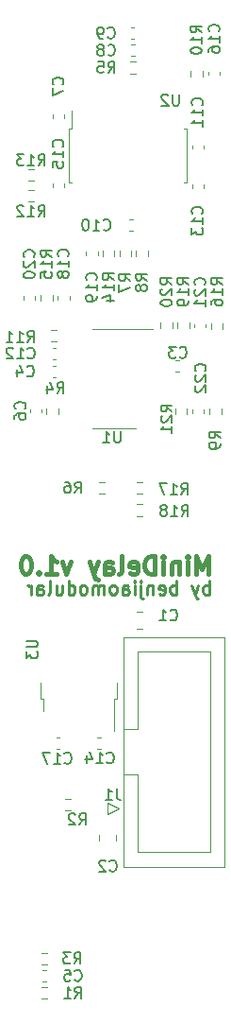
<source format=gbr>
%TF.GenerationSoftware,KiCad,Pcbnew,6.0.7+dfsg-1~bpo11+1*%
%TF.CreationDate,2022-10-26T04:05:39+08:00*%
%TF.ProjectId,MiniDelay v1.0 - Main,4d696e69-4465-46c6-9179-2076312e3020,rev?*%
%TF.SameCoordinates,Original*%
%TF.FileFunction,Legend,Bot*%
%TF.FilePolarity,Positive*%
%FSLAX46Y46*%
G04 Gerber Fmt 4.6, Leading zero omitted, Abs format (unit mm)*
G04 Created by KiCad (PCBNEW 6.0.7+dfsg-1~bpo11+1) date 2022-10-26 04:05:39*
%MOMM*%
%LPD*%
G01*
G04 APERTURE LIST*
%ADD10C,0.400000*%
%ADD11C,0.240000*%
%ADD12C,0.150000*%
%ADD13C,0.120000*%
G04 APERTURE END LIST*
D10*
X143330952Y-114823809D02*
X143330952Y-113223809D01*
X142797619Y-114366666D01*
X142264285Y-113223809D01*
X142264285Y-114823809D01*
X141502380Y-114823809D02*
X141502380Y-113757142D01*
X141502380Y-113223809D02*
X141578571Y-113300000D01*
X141502380Y-113376190D01*
X141426190Y-113300000D01*
X141502380Y-113223809D01*
X141502380Y-113376190D01*
X140740476Y-113757142D02*
X140740476Y-114823809D01*
X140740476Y-113909523D02*
X140664285Y-113833333D01*
X140511904Y-113757142D01*
X140283333Y-113757142D01*
X140130952Y-113833333D01*
X140054761Y-113985714D01*
X140054761Y-114823809D01*
X139292857Y-114823809D02*
X139292857Y-113757142D01*
X139292857Y-113223809D02*
X139369047Y-113300000D01*
X139292857Y-113376190D01*
X139216666Y-113300000D01*
X139292857Y-113223809D01*
X139292857Y-113376190D01*
X138530952Y-114823809D02*
X138530952Y-113223809D01*
X138150000Y-113223809D01*
X137921428Y-113300000D01*
X137769047Y-113452380D01*
X137692857Y-113604761D01*
X137616666Y-113909523D01*
X137616666Y-114138095D01*
X137692857Y-114442857D01*
X137769047Y-114595238D01*
X137921428Y-114747619D01*
X138150000Y-114823809D01*
X138530952Y-114823809D01*
X136321428Y-114747619D02*
X136473809Y-114823809D01*
X136778571Y-114823809D01*
X136930952Y-114747619D01*
X137007142Y-114595238D01*
X137007142Y-113985714D01*
X136930952Y-113833333D01*
X136778571Y-113757142D01*
X136473809Y-113757142D01*
X136321428Y-113833333D01*
X136245238Y-113985714D01*
X136245238Y-114138095D01*
X137007142Y-114290476D01*
X135330952Y-114823809D02*
X135483333Y-114747619D01*
X135559523Y-114595238D01*
X135559523Y-113223809D01*
X134035714Y-114823809D02*
X134035714Y-113985714D01*
X134111904Y-113833333D01*
X134264285Y-113757142D01*
X134569047Y-113757142D01*
X134721428Y-113833333D01*
X134035714Y-114747619D02*
X134188095Y-114823809D01*
X134569047Y-114823809D01*
X134721428Y-114747619D01*
X134797619Y-114595238D01*
X134797619Y-114442857D01*
X134721428Y-114290476D01*
X134569047Y-114214285D01*
X134188095Y-114214285D01*
X134035714Y-114138095D01*
X133426190Y-113757142D02*
X133045238Y-114823809D01*
X132664285Y-113757142D02*
X133045238Y-114823809D01*
X133197619Y-115204761D01*
X133273809Y-115280952D01*
X133426190Y-115357142D01*
X130988095Y-113757142D02*
X130607142Y-114823809D01*
X130226190Y-113757142D01*
X128778571Y-114823809D02*
X129692857Y-114823809D01*
X129235714Y-114823809D02*
X129235714Y-113223809D01*
X129388095Y-113452380D01*
X129540476Y-113604761D01*
X129692857Y-113680952D01*
X128092857Y-114671428D02*
X128016666Y-114747619D01*
X128092857Y-114823809D01*
X128169047Y-114747619D01*
X128092857Y-114671428D01*
X128092857Y-114823809D01*
X127026190Y-113223809D02*
X126873809Y-113223809D01*
X126721428Y-113300000D01*
X126645238Y-113376190D01*
X126569047Y-113528571D01*
X126492857Y-113833333D01*
X126492857Y-114214285D01*
X126569047Y-114519047D01*
X126645238Y-114671428D01*
X126721428Y-114747619D01*
X126873809Y-114823809D01*
X127026190Y-114823809D01*
X127178571Y-114747619D01*
X127254761Y-114671428D01*
X127330952Y-114519047D01*
X127407142Y-114214285D01*
X127407142Y-113833333D01*
X127330952Y-113528571D01*
X127254761Y-113376190D01*
X127178571Y-113300000D01*
X127026190Y-113223809D01*
D11*
X143410714Y-116642857D02*
X143410714Y-115442857D01*
X143410714Y-115900000D02*
X143296428Y-115842857D01*
X143067857Y-115842857D01*
X142953571Y-115900000D01*
X142896428Y-115957142D01*
X142839285Y-116071428D01*
X142839285Y-116414285D01*
X142896428Y-116528571D01*
X142953571Y-116585714D01*
X143067857Y-116642857D01*
X143296428Y-116642857D01*
X143410714Y-116585714D01*
X142439285Y-115842857D02*
X142153571Y-116642857D01*
X141867857Y-115842857D02*
X142153571Y-116642857D01*
X142267857Y-116928571D01*
X142325000Y-116985714D01*
X142439285Y-117042857D01*
X140496428Y-116642857D02*
X140496428Y-115442857D01*
X140496428Y-115900000D02*
X140382142Y-115842857D01*
X140153571Y-115842857D01*
X140039285Y-115900000D01*
X139982142Y-115957142D01*
X139925000Y-116071428D01*
X139925000Y-116414285D01*
X139982142Y-116528571D01*
X140039285Y-116585714D01*
X140153571Y-116642857D01*
X140382142Y-116642857D01*
X140496428Y-116585714D01*
X138953571Y-116585714D02*
X139067857Y-116642857D01*
X139296428Y-116642857D01*
X139410714Y-116585714D01*
X139467857Y-116471428D01*
X139467857Y-116014285D01*
X139410714Y-115900000D01*
X139296428Y-115842857D01*
X139067857Y-115842857D01*
X138953571Y-115900000D01*
X138896428Y-116014285D01*
X138896428Y-116128571D01*
X139467857Y-116242857D01*
X138382142Y-115842857D02*
X138382142Y-116642857D01*
X138382142Y-115957142D02*
X138325000Y-115900000D01*
X138210714Y-115842857D01*
X138039285Y-115842857D01*
X137925000Y-115900000D01*
X137867857Y-116014285D01*
X137867857Y-116642857D01*
X137296428Y-115842857D02*
X137296428Y-116871428D01*
X137353571Y-116985714D01*
X137467857Y-117042857D01*
X137525000Y-117042857D01*
X137296428Y-115442857D02*
X137353571Y-115500000D01*
X137296428Y-115557142D01*
X137239285Y-115500000D01*
X137296428Y-115442857D01*
X137296428Y-115557142D01*
X136725000Y-116642857D02*
X136725000Y-115842857D01*
X136725000Y-115442857D02*
X136782142Y-115500000D01*
X136725000Y-115557142D01*
X136667857Y-115500000D01*
X136725000Y-115442857D01*
X136725000Y-115557142D01*
X135639285Y-116642857D02*
X135639285Y-116014285D01*
X135696428Y-115900000D01*
X135810714Y-115842857D01*
X136039285Y-115842857D01*
X136153571Y-115900000D01*
X135639285Y-116585714D02*
X135753571Y-116642857D01*
X136039285Y-116642857D01*
X136153571Y-116585714D01*
X136210714Y-116471428D01*
X136210714Y-116357142D01*
X136153571Y-116242857D01*
X136039285Y-116185714D01*
X135753571Y-116185714D01*
X135639285Y-116128571D01*
X134896428Y-116642857D02*
X135010714Y-116585714D01*
X135067857Y-116528571D01*
X135125000Y-116414285D01*
X135125000Y-116071428D01*
X135067857Y-115957142D01*
X135010714Y-115900000D01*
X134896428Y-115842857D01*
X134725000Y-115842857D01*
X134610714Y-115900000D01*
X134553571Y-115957142D01*
X134496428Y-116071428D01*
X134496428Y-116414285D01*
X134553571Y-116528571D01*
X134610714Y-116585714D01*
X134725000Y-116642857D01*
X134896428Y-116642857D01*
X133982142Y-116642857D02*
X133982142Y-115842857D01*
X133982142Y-115957142D02*
X133925000Y-115900000D01*
X133810714Y-115842857D01*
X133639285Y-115842857D01*
X133525000Y-115900000D01*
X133467857Y-116014285D01*
X133467857Y-116642857D01*
X133467857Y-116014285D02*
X133410714Y-115900000D01*
X133296428Y-115842857D01*
X133125000Y-115842857D01*
X133010714Y-115900000D01*
X132953571Y-116014285D01*
X132953571Y-116642857D01*
X132210714Y-116642857D02*
X132325000Y-116585714D01*
X132382142Y-116528571D01*
X132439285Y-116414285D01*
X132439285Y-116071428D01*
X132382142Y-115957142D01*
X132325000Y-115900000D01*
X132210714Y-115842857D01*
X132039285Y-115842857D01*
X131925000Y-115900000D01*
X131867857Y-115957142D01*
X131810714Y-116071428D01*
X131810714Y-116414285D01*
X131867857Y-116528571D01*
X131925000Y-116585714D01*
X132039285Y-116642857D01*
X132210714Y-116642857D01*
X130782142Y-116642857D02*
X130782142Y-115442857D01*
X130782142Y-116585714D02*
X130896428Y-116642857D01*
X131125000Y-116642857D01*
X131239285Y-116585714D01*
X131296428Y-116528571D01*
X131353571Y-116414285D01*
X131353571Y-116071428D01*
X131296428Y-115957142D01*
X131239285Y-115900000D01*
X131125000Y-115842857D01*
X130896428Y-115842857D01*
X130782142Y-115900000D01*
X129696428Y-115842857D02*
X129696428Y-116642857D01*
X130210714Y-115842857D02*
X130210714Y-116471428D01*
X130153571Y-116585714D01*
X130039285Y-116642857D01*
X129867857Y-116642857D01*
X129753571Y-116585714D01*
X129696428Y-116528571D01*
X128953571Y-116642857D02*
X129067857Y-116585714D01*
X129125000Y-116471428D01*
X129125000Y-115442857D01*
X127982142Y-116642857D02*
X127982142Y-116014285D01*
X128039285Y-115900000D01*
X128153571Y-115842857D01*
X128382142Y-115842857D01*
X128496428Y-115900000D01*
X127982142Y-116585714D02*
X128096428Y-116642857D01*
X128382142Y-116642857D01*
X128496428Y-116585714D01*
X128553571Y-116471428D01*
X128553571Y-116357142D01*
X128496428Y-116242857D01*
X128382142Y-116185714D01*
X128096428Y-116185714D01*
X127982142Y-116128571D01*
X127410714Y-116642857D02*
X127410714Y-115842857D01*
X127410714Y-116071428D02*
X127353571Y-115957142D01*
X127296428Y-115900000D01*
X127182142Y-115842857D01*
X127067857Y-115842857D01*
D12*
%TO.C,R14*%
X134852380Y-88505142D02*
X134376190Y-88171809D01*
X134852380Y-87933714D02*
X133852380Y-87933714D01*
X133852380Y-88314666D01*
X133900000Y-88409904D01*
X133947619Y-88457523D01*
X134042857Y-88505142D01*
X134185714Y-88505142D01*
X134280952Y-88457523D01*
X134328571Y-88409904D01*
X134376190Y-88314666D01*
X134376190Y-87933714D01*
X134852380Y-89457523D02*
X134852380Y-88886095D01*
X134852380Y-89171809D02*
X133852380Y-89171809D01*
X133995238Y-89076571D01*
X134090476Y-88981333D01*
X134138095Y-88886095D01*
X134185714Y-90314666D02*
X134852380Y-90314666D01*
X133804761Y-90076571D02*
X134519047Y-89838476D01*
X134519047Y-90457523D01*
%TO.C,C22*%
X143037142Y-96637142D02*
X143084761Y-96589523D01*
X143132380Y-96446666D01*
X143132380Y-96351428D01*
X143084761Y-96208571D01*
X142989523Y-96113333D01*
X142894285Y-96065714D01*
X142703809Y-96018095D01*
X142560952Y-96018095D01*
X142370476Y-96065714D01*
X142275238Y-96113333D01*
X142180000Y-96208571D01*
X142132380Y-96351428D01*
X142132380Y-96446666D01*
X142180000Y-96589523D01*
X142227619Y-96637142D01*
X142227619Y-97018095D02*
X142180000Y-97065714D01*
X142132380Y-97160952D01*
X142132380Y-97399047D01*
X142180000Y-97494285D01*
X142227619Y-97541904D01*
X142322857Y-97589523D01*
X142418095Y-97589523D01*
X142560952Y-97541904D01*
X143132380Y-96970476D01*
X143132380Y-97589523D01*
X142227619Y-97970476D02*
X142180000Y-98018095D01*
X142132380Y-98113333D01*
X142132380Y-98351428D01*
X142180000Y-98446666D01*
X142227619Y-98494285D01*
X142322857Y-98541904D01*
X142418095Y-98541904D01*
X142560952Y-98494285D01*
X143132380Y-97922857D01*
X143132380Y-98541904D01*
%TO.C,C1*%
X139941666Y-118907142D02*
X139989285Y-118954761D01*
X140132142Y-119002380D01*
X140227380Y-119002380D01*
X140370238Y-118954761D01*
X140465476Y-118859523D01*
X140513095Y-118764285D01*
X140560714Y-118573809D01*
X140560714Y-118430952D01*
X140513095Y-118240476D01*
X140465476Y-118145238D01*
X140370238Y-118050000D01*
X140227380Y-118002380D01*
X140132142Y-118002380D01*
X139989285Y-118050000D01*
X139941666Y-118097619D01*
X138989285Y-119002380D02*
X139560714Y-119002380D01*
X139275000Y-119002380D02*
X139275000Y-118002380D01*
X139370238Y-118145238D01*
X139465476Y-118240476D01*
X139560714Y-118288095D01*
%TO.C,U3*%
X127002380Y-120788095D02*
X127811904Y-120788095D01*
X127907142Y-120835714D01*
X127954761Y-120883333D01*
X128002380Y-120978571D01*
X128002380Y-121169047D01*
X127954761Y-121264285D01*
X127907142Y-121311904D01*
X127811904Y-121359523D01*
X127002380Y-121359523D01*
X127002380Y-121740476D02*
X127002380Y-122359523D01*
X127383333Y-122026190D01*
X127383333Y-122169047D01*
X127430952Y-122264285D01*
X127478571Y-122311904D01*
X127573809Y-122359523D01*
X127811904Y-122359523D01*
X127907142Y-122311904D01*
X127954761Y-122264285D01*
X128002380Y-122169047D01*
X128002380Y-121883333D01*
X127954761Y-121788095D01*
X127907142Y-121740476D01*
%TO.C,R3*%
X131291666Y-149722380D02*
X131625000Y-149246190D01*
X131863095Y-149722380D02*
X131863095Y-148722380D01*
X131482142Y-148722380D01*
X131386904Y-148770000D01*
X131339285Y-148817619D01*
X131291666Y-148912857D01*
X131291666Y-149055714D01*
X131339285Y-149150952D01*
X131386904Y-149198571D01*
X131482142Y-149246190D01*
X131863095Y-149246190D01*
X130958333Y-148722380D02*
X130339285Y-148722380D01*
X130672619Y-149103333D01*
X130529761Y-149103333D01*
X130434523Y-149150952D01*
X130386904Y-149198571D01*
X130339285Y-149293809D01*
X130339285Y-149531904D01*
X130386904Y-149627142D01*
X130434523Y-149674761D01*
X130529761Y-149722380D01*
X130815476Y-149722380D01*
X130910714Y-149674761D01*
X130958333Y-149627142D01*
%TO.C,C19*%
X133257142Y-88505142D02*
X133304761Y-88457523D01*
X133352380Y-88314666D01*
X133352380Y-88219428D01*
X133304761Y-88076571D01*
X133209523Y-87981333D01*
X133114285Y-87933714D01*
X132923809Y-87886095D01*
X132780952Y-87886095D01*
X132590476Y-87933714D01*
X132495238Y-87981333D01*
X132400000Y-88076571D01*
X132352380Y-88219428D01*
X132352380Y-88314666D01*
X132400000Y-88457523D01*
X132447619Y-88505142D01*
X133352380Y-89457523D02*
X133352380Y-88886095D01*
X133352380Y-89171809D02*
X132352380Y-89171809D01*
X132495238Y-89076571D01*
X132590476Y-88981333D01*
X132638095Y-88886095D01*
X133352380Y-89933714D02*
X133352380Y-90124190D01*
X133304761Y-90219428D01*
X133257142Y-90267047D01*
X133114285Y-90362285D01*
X132923809Y-90409904D01*
X132542857Y-90409904D01*
X132447619Y-90362285D01*
X132400000Y-90314666D01*
X132352380Y-90219428D01*
X132352380Y-90028952D01*
X132400000Y-89933714D01*
X132447619Y-89886095D01*
X132542857Y-89838476D01*
X132780952Y-89838476D01*
X132876190Y-89886095D01*
X132923809Y-89933714D01*
X132971428Y-90028952D01*
X132971428Y-90219428D01*
X132923809Y-90314666D01*
X132876190Y-90362285D01*
X132780952Y-90409904D01*
%TO.C,R17*%
X140917857Y-107712380D02*
X141251190Y-107236190D01*
X141489285Y-107712380D02*
X141489285Y-106712380D01*
X141108333Y-106712380D01*
X141013095Y-106760000D01*
X140965476Y-106807619D01*
X140917857Y-106902857D01*
X140917857Y-107045714D01*
X140965476Y-107140952D01*
X141013095Y-107188571D01*
X141108333Y-107236190D01*
X141489285Y-107236190D01*
X139965476Y-107712380D02*
X140536904Y-107712380D01*
X140251190Y-107712380D02*
X140251190Y-106712380D01*
X140346428Y-106855238D01*
X140441666Y-106950476D01*
X140536904Y-106998095D01*
X139632142Y-106712380D02*
X138965476Y-106712380D01*
X139394047Y-107712380D01*
%TO.C,C4*%
X127066666Y-97057142D02*
X127114285Y-97104761D01*
X127257142Y-97152380D01*
X127352380Y-97152380D01*
X127495238Y-97104761D01*
X127590476Y-97009523D01*
X127638095Y-96914285D01*
X127685714Y-96723809D01*
X127685714Y-96580952D01*
X127638095Y-96390476D01*
X127590476Y-96295238D01*
X127495238Y-96200000D01*
X127352380Y-96152380D01*
X127257142Y-96152380D01*
X127114285Y-96200000D01*
X127066666Y-96247619D01*
X126209523Y-96485714D02*
X126209523Y-97152380D01*
X126447619Y-96104761D02*
X126685714Y-96819047D01*
X126066666Y-96819047D01*
%TO.C,R19*%
X141562380Y-88897142D02*
X141086190Y-88563809D01*
X141562380Y-88325714D02*
X140562380Y-88325714D01*
X140562380Y-88706666D01*
X140610000Y-88801904D01*
X140657619Y-88849523D01*
X140752857Y-88897142D01*
X140895714Y-88897142D01*
X140990952Y-88849523D01*
X141038571Y-88801904D01*
X141086190Y-88706666D01*
X141086190Y-88325714D01*
X141562380Y-89849523D02*
X141562380Y-89278095D01*
X141562380Y-89563809D02*
X140562380Y-89563809D01*
X140705238Y-89468571D01*
X140800476Y-89373333D01*
X140848095Y-89278095D01*
X141562380Y-90325714D02*
X141562380Y-90516190D01*
X141514761Y-90611428D01*
X141467142Y-90659047D01*
X141324285Y-90754285D01*
X141133809Y-90801904D01*
X140752857Y-90801904D01*
X140657619Y-90754285D01*
X140610000Y-90706666D01*
X140562380Y-90611428D01*
X140562380Y-90420952D01*
X140610000Y-90325714D01*
X140657619Y-90278095D01*
X140752857Y-90230476D01*
X140990952Y-90230476D01*
X141086190Y-90278095D01*
X141133809Y-90325714D01*
X141181428Y-90420952D01*
X141181428Y-90611428D01*
X141133809Y-90706666D01*
X141086190Y-90754285D01*
X140990952Y-90801904D01*
%TO.C,R6*%
X131366666Y-107562380D02*
X131700000Y-107086190D01*
X131938095Y-107562380D02*
X131938095Y-106562380D01*
X131557142Y-106562380D01*
X131461904Y-106610000D01*
X131414285Y-106657619D01*
X131366666Y-106752857D01*
X131366666Y-106895714D01*
X131414285Y-106990952D01*
X131461904Y-107038571D01*
X131557142Y-107086190D01*
X131938095Y-107086190D01*
X130509523Y-106562380D02*
X130700000Y-106562380D01*
X130795238Y-106610000D01*
X130842857Y-106657619D01*
X130938095Y-106800476D01*
X130985714Y-106990952D01*
X130985714Y-107371904D01*
X130938095Y-107467142D01*
X130890476Y-107514761D01*
X130795238Y-107562380D01*
X130604761Y-107562380D01*
X130509523Y-107514761D01*
X130461904Y-107467142D01*
X130414285Y-107371904D01*
X130414285Y-107133809D01*
X130461904Y-107038571D01*
X130509523Y-106990952D01*
X130604761Y-106943333D01*
X130795238Y-106943333D01*
X130890476Y-106990952D01*
X130938095Y-107038571D01*
X130985714Y-107133809D01*
%TO.C,C6*%
X126857142Y-100033333D02*
X126904761Y-99985714D01*
X126952380Y-99842857D01*
X126952380Y-99747619D01*
X126904761Y-99604761D01*
X126809523Y-99509523D01*
X126714285Y-99461904D01*
X126523809Y-99414285D01*
X126380952Y-99414285D01*
X126190476Y-99461904D01*
X126095238Y-99509523D01*
X126000000Y-99604761D01*
X125952380Y-99747619D01*
X125952380Y-99842857D01*
X126000000Y-99985714D01*
X126047619Y-100033333D01*
X125952380Y-100890476D02*
X125952380Y-100700000D01*
X126000000Y-100604761D01*
X126047619Y-100557142D01*
X126190476Y-100461904D01*
X126380952Y-100414285D01*
X126761904Y-100414285D01*
X126857142Y-100461904D01*
X126904761Y-100509523D01*
X126952380Y-100604761D01*
X126952380Y-100795238D01*
X126904761Y-100890476D01*
X126857142Y-100938095D01*
X126761904Y-100985714D01*
X126523809Y-100985714D01*
X126428571Y-100938095D01*
X126380952Y-100890476D01*
X126333333Y-100795238D01*
X126333333Y-100604761D01*
X126380952Y-100509523D01*
X126428571Y-100461904D01*
X126523809Y-100414285D01*
%TO.C,C10*%
X133942857Y-83957142D02*
X133990476Y-84004761D01*
X134133333Y-84052380D01*
X134228571Y-84052380D01*
X134371428Y-84004761D01*
X134466666Y-83909523D01*
X134514285Y-83814285D01*
X134561904Y-83623809D01*
X134561904Y-83480952D01*
X134514285Y-83290476D01*
X134466666Y-83195238D01*
X134371428Y-83100000D01*
X134228571Y-83052380D01*
X134133333Y-83052380D01*
X133990476Y-83100000D01*
X133942857Y-83147619D01*
X132990476Y-84052380D02*
X133561904Y-84052380D01*
X133276190Y-84052380D02*
X133276190Y-83052380D01*
X133371428Y-83195238D01*
X133466666Y-83290476D01*
X133561904Y-83338095D01*
X132371428Y-83052380D02*
X132276190Y-83052380D01*
X132180952Y-83100000D01*
X132133333Y-83147619D01*
X132085714Y-83242857D01*
X132038095Y-83433333D01*
X132038095Y-83671428D01*
X132085714Y-83861904D01*
X132133333Y-83957142D01*
X132180952Y-84004761D01*
X132276190Y-84052380D01*
X132371428Y-84052380D01*
X132466666Y-84004761D01*
X132514285Y-83957142D01*
X132561904Y-83861904D01*
X132609523Y-83671428D01*
X132609523Y-83433333D01*
X132561904Y-83242857D01*
X132514285Y-83147619D01*
X132466666Y-83100000D01*
X132371428Y-83052380D01*
%TO.C,C13*%
X142757142Y-82557142D02*
X142804761Y-82509523D01*
X142852380Y-82366666D01*
X142852380Y-82271428D01*
X142804761Y-82128571D01*
X142709523Y-82033333D01*
X142614285Y-81985714D01*
X142423809Y-81938095D01*
X142280952Y-81938095D01*
X142090476Y-81985714D01*
X141995238Y-82033333D01*
X141900000Y-82128571D01*
X141852380Y-82271428D01*
X141852380Y-82366666D01*
X141900000Y-82509523D01*
X141947619Y-82557142D01*
X142852380Y-83509523D02*
X142852380Y-82938095D01*
X142852380Y-83223809D02*
X141852380Y-83223809D01*
X141995238Y-83128571D01*
X142090476Y-83033333D01*
X142138095Y-82938095D01*
X141852380Y-83842857D02*
X141852380Y-84461904D01*
X142233333Y-84128571D01*
X142233333Y-84271428D01*
X142280952Y-84366666D01*
X142328571Y-84414285D01*
X142423809Y-84461904D01*
X142661904Y-84461904D01*
X142757142Y-84414285D01*
X142804761Y-84366666D01*
X142852380Y-84271428D01*
X142852380Y-83985714D01*
X142804761Y-83890476D01*
X142757142Y-83842857D01*
%TO.C,R5*%
X134346666Y-69942380D02*
X134680000Y-69466190D01*
X134918095Y-69942380D02*
X134918095Y-68942380D01*
X134537142Y-68942380D01*
X134441904Y-68990000D01*
X134394285Y-69037619D01*
X134346666Y-69132857D01*
X134346666Y-69275714D01*
X134394285Y-69370952D01*
X134441904Y-69418571D01*
X134537142Y-69466190D01*
X134918095Y-69466190D01*
X133441904Y-68942380D02*
X133918095Y-68942380D01*
X133965714Y-69418571D01*
X133918095Y-69370952D01*
X133822857Y-69323333D01*
X133584761Y-69323333D01*
X133489523Y-69370952D01*
X133441904Y-69418571D01*
X133394285Y-69513809D01*
X133394285Y-69751904D01*
X133441904Y-69847142D01*
X133489523Y-69894761D01*
X133584761Y-69942380D01*
X133822857Y-69942380D01*
X133918095Y-69894761D01*
X133965714Y-69847142D01*
%TO.C,C20*%
X127657142Y-86427142D02*
X127704761Y-86379523D01*
X127752380Y-86236666D01*
X127752380Y-86141428D01*
X127704761Y-85998571D01*
X127609523Y-85903333D01*
X127514285Y-85855714D01*
X127323809Y-85808095D01*
X127180952Y-85808095D01*
X126990476Y-85855714D01*
X126895238Y-85903333D01*
X126800000Y-85998571D01*
X126752380Y-86141428D01*
X126752380Y-86236666D01*
X126800000Y-86379523D01*
X126847619Y-86427142D01*
X126847619Y-86808095D02*
X126800000Y-86855714D01*
X126752380Y-86950952D01*
X126752380Y-87189047D01*
X126800000Y-87284285D01*
X126847619Y-87331904D01*
X126942857Y-87379523D01*
X127038095Y-87379523D01*
X127180952Y-87331904D01*
X127752380Y-86760476D01*
X127752380Y-87379523D01*
X126752380Y-87998571D02*
X126752380Y-88093809D01*
X126800000Y-88189047D01*
X126847619Y-88236666D01*
X126942857Y-88284285D01*
X127133333Y-88331904D01*
X127371428Y-88331904D01*
X127561904Y-88284285D01*
X127657142Y-88236666D01*
X127704761Y-88189047D01*
X127752380Y-88093809D01*
X127752380Y-87998571D01*
X127704761Y-87903333D01*
X127657142Y-87855714D01*
X127561904Y-87808095D01*
X127371428Y-87760476D01*
X127133333Y-87760476D01*
X126942857Y-87808095D01*
X126847619Y-87855714D01*
X126800000Y-87903333D01*
X126752380Y-87998571D01*
%TO.C,R11*%
X127117857Y-94052380D02*
X127451190Y-93576190D01*
X127689285Y-94052380D02*
X127689285Y-93052380D01*
X127308333Y-93052380D01*
X127213095Y-93100000D01*
X127165476Y-93147619D01*
X127117857Y-93242857D01*
X127117857Y-93385714D01*
X127165476Y-93480952D01*
X127213095Y-93528571D01*
X127308333Y-93576190D01*
X127689285Y-93576190D01*
X126165476Y-94052380D02*
X126736904Y-94052380D01*
X126451190Y-94052380D02*
X126451190Y-93052380D01*
X126546428Y-93195238D01*
X126641666Y-93290476D01*
X126736904Y-93338095D01*
X125213095Y-94052380D02*
X125784523Y-94052380D01*
X125498809Y-94052380D02*
X125498809Y-93052380D01*
X125594047Y-93195238D01*
X125689285Y-93290476D01*
X125784523Y-93338095D01*
%TO.C,C3*%
X140776666Y-95377142D02*
X140824285Y-95424761D01*
X140967142Y-95472380D01*
X141062380Y-95472380D01*
X141205238Y-95424761D01*
X141300476Y-95329523D01*
X141348095Y-95234285D01*
X141395714Y-95043809D01*
X141395714Y-94900952D01*
X141348095Y-94710476D01*
X141300476Y-94615238D01*
X141205238Y-94520000D01*
X141062380Y-94472380D01*
X140967142Y-94472380D01*
X140824285Y-94520000D01*
X140776666Y-94567619D01*
X140443333Y-94472380D02*
X139824285Y-94472380D01*
X140157619Y-94853333D01*
X140014761Y-94853333D01*
X139919523Y-94900952D01*
X139871904Y-94948571D01*
X139824285Y-95043809D01*
X139824285Y-95281904D01*
X139871904Y-95377142D01*
X139919523Y-95424761D01*
X140014761Y-95472380D01*
X140300476Y-95472380D01*
X140395714Y-95424761D01*
X140443333Y-95377142D01*
%TO.C,J1*%
X135108333Y-134027380D02*
X135108333Y-134741666D01*
X135155952Y-134884523D01*
X135251190Y-134979761D01*
X135394047Y-135027380D01*
X135489285Y-135027380D01*
X134108333Y-135027380D02*
X134679761Y-135027380D01*
X134394047Y-135027380D02*
X134394047Y-134027380D01*
X134489285Y-134170238D01*
X134584523Y-134265476D01*
X134679761Y-134313095D01*
%TO.C,R10*%
X142752380Y-66332142D02*
X142276190Y-65998809D01*
X142752380Y-65760714D02*
X141752380Y-65760714D01*
X141752380Y-66141666D01*
X141800000Y-66236904D01*
X141847619Y-66284523D01*
X141942857Y-66332142D01*
X142085714Y-66332142D01*
X142180952Y-66284523D01*
X142228571Y-66236904D01*
X142276190Y-66141666D01*
X142276190Y-65760714D01*
X142752380Y-67284523D02*
X142752380Y-66713095D01*
X142752380Y-66998809D02*
X141752380Y-66998809D01*
X141895238Y-66903571D01*
X141990476Y-66808333D01*
X142038095Y-66713095D01*
X141752380Y-67903571D02*
X141752380Y-67998809D01*
X141800000Y-68094047D01*
X141847619Y-68141666D01*
X141942857Y-68189285D01*
X142133333Y-68236904D01*
X142371428Y-68236904D01*
X142561904Y-68189285D01*
X142657142Y-68141666D01*
X142704761Y-68094047D01*
X142752380Y-67998809D01*
X142752380Y-67903571D01*
X142704761Y-67808333D01*
X142657142Y-67760714D01*
X142561904Y-67713095D01*
X142371428Y-67665476D01*
X142133333Y-67665476D01*
X141942857Y-67713095D01*
X141847619Y-67760714D01*
X141800000Y-67808333D01*
X141752380Y-67903571D01*
%TO.C,C11*%
X142757142Y-72832142D02*
X142804761Y-72784523D01*
X142852380Y-72641666D01*
X142852380Y-72546428D01*
X142804761Y-72403571D01*
X142709523Y-72308333D01*
X142614285Y-72260714D01*
X142423809Y-72213095D01*
X142280952Y-72213095D01*
X142090476Y-72260714D01*
X141995238Y-72308333D01*
X141900000Y-72403571D01*
X141852380Y-72546428D01*
X141852380Y-72641666D01*
X141900000Y-72784523D01*
X141947619Y-72832142D01*
X142852380Y-73784523D02*
X142852380Y-73213095D01*
X142852380Y-73498809D02*
X141852380Y-73498809D01*
X141995238Y-73403571D01*
X142090476Y-73308333D01*
X142138095Y-73213095D01*
X142852380Y-74736904D02*
X142852380Y-74165476D01*
X142852380Y-74451190D02*
X141852380Y-74451190D01*
X141995238Y-74355952D01*
X142090476Y-74260714D01*
X142138095Y-74165476D01*
%TO.C,R2*%
X131766666Y-137277380D02*
X132100000Y-136801190D01*
X132338095Y-137277380D02*
X132338095Y-136277380D01*
X131957142Y-136277380D01*
X131861904Y-136325000D01*
X131814285Y-136372619D01*
X131766666Y-136467857D01*
X131766666Y-136610714D01*
X131814285Y-136705952D01*
X131861904Y-136753571D01*
X131957142Y-136801190D01*
X132338095Y-136801190D01*
X131385714Y-136372619D02*
X131338095Y-136325000D01*
X131242857Y-136277380D01*
X131004761Y-136277380D01*
X130909523Y-136325000D01*
X130861904Y-136372619D01*
X130814285Y-136467857D01*
X130814285Y-136563095D01*
X130861904Y-136705952D01*
X131433333Y-137277380D01*
X130814285Y-137277380D01*
%TO.C,R18*%
X140942857Y-109652380D02*
X141276190Y-109176190D01*
X141514285Y-109652380D02*
X141514285Y-108652380D01*
X141133333Y-108652380D01*
X141038095Y-108700000D01*
X140990476Y-108747619D01*
X140942857Y-108842857D01*
X140942857Y-108985714D01*
X140990476Y-109080952D01*
X141038095Y-109128571D01*
X141133333Y-109176190D01*
X141514285Y-109176190D01*
X139990476Y-109652380D02*
X140561904Y-109652380D01*
X140276190Y-109652380D02*
X140276190Y-108652380D01*
X140371428Y-108795238D01*
X140466666Y-108890476D01*
X140561904Y-108938095D01*
X139419047Y-109080952D02*
X139514285Y-109033333D01*
X139561904Y-108985714D01*
X139609523Y-108890476D01*
X139609523Y-108842857D01*
X139561904Y-108747619D01*
X139514285Y-108700000D01*
X139419047Y-108652380D01*
X139228571Y-108652380D01*
X139133333Y-108700000D01*
X139085714Y-108747619D01*
X139038095Y-108842857D01*
X139038095Y-108890476D01*
X139085714Y-108985714D01*
X139133333Y-109033333D01*
X139228571Y-109080952D01*
X139419047Y-109080952D01*
X139514285Y-109128571D01*
X139561904Y-109176190D01*
X139609523Y-109271428D01*
X139609523Y-109461904D01*
X139561904Y-109557142D01*
X139514285Y-109604761D01*
X139419047Y-109652380D01*
X139228571Y-109652380D01*
X139133333Y-109604761D01*
X139085714Y-109557142D01*
X139038095Y-109461904D01*
X139038095Y-109271428D01*
X139085714Y-109176190D01*
X139133333Y-109128571D01*
X139228571Y-109080952D01*
%TO.C,C5*%
X131353666Y-151177142D02*
X131401285Y-151224761D01*
X131544142Y-151272380D01*
X131639380Y-151272380D01*
X131782238Y-151224761D01*
X131877476Y-151129523D01*
X131925095Y-151034285D01*
X131972714Y-150843809D01*
X131972714Y-150700952D01*
X131925095Y-150510476D01*
X131877476Y-150415238D01*
X131782238Y-150320000D01*
X131639380Y-150272380D01*
X131544142Y-150272380D01*
X131401285Y-150320000D01*
X131353666Y-150367619D01*
X130448904Y-150272380D02*
X130925095Y-150272380D01*
X130972714Y-150748571D01*
X130925095Y-150700952D01*
X130829857Y-150653333D01*
X130591761Y-150653333D01*
X130496523Y-150700952D01*
X130448904Y-150748571D01*
X130401285Y-150843809D01*
X130401285Y-151081904D01*
X130448904Y-151177142D01*
X130496523Y-151224761D01*
X130591761Y-151272380D01*
X130829857Y-151272380D01*
X130925095Y-151224761D01*
X130972714Y-151177142D01*
%TO.C,R4*%
X129766666Y-98652380D02*
X130100000Y-98176190D01*
X130338095Y-98652380D02*
X130338095Y-97652380D01*
X129957142Y-97652380D01*
X129861904Y-97700000D01*
X129814285Y-97747619D01*
X129766666Y-97842857D01*
X129766666Y-97985714D01*
X129814285Y-98080952D01*
X129861904Y-98128571D01*
X129957142Y-98176190D01*
X130338095Y-98176190D01*
X128909523Y-97985714D02*
X128909523Y-98652380D01*
X129147619Y-97604761D02*
X129385714Y-98319047D01*
X128766666Y-98319047D01*
%TO.C,R21*%
X140086380Y-100275142D02*
X139610190Y-99941809D01*
X140086380Y-99703714D02*
X139086380Y-99703714D01*
X139086380Y-100084666D01*
X139134000Y-100179904D01*
X139181619Y-100227523D01*
X139276857Y-100275142D01*
X139419714Y-100275142D01*
X139514952Y-100227523D01*
X139562571Y-100179904D01*
X139610190Y-100084666D01*
X139610190Y-99703714D01*
X139181619Y-100656095D02*
X139134000Y-100703714D01*
X139086380Y-100798952D01*
X139086380Y-101037047D01*
X139134000Y-101132285D01*
X139181619Y-101179904D01*
X139276857Y-101227523D01*
X139372095Y-101227523D01*
X139514952Y-101179904D01*
X140086380Y-100608476D01*
X140086380Y-101227523D01*
X140086380Y-102179904D02*
X140086380Y-101608476D01*
X140086380Y-101894190D02*
X139086380Y-101894190D01*
X139229238Y-101798952D01*
X139324476Y-101703714D01*
X139372095Y-101608476D01*
%TO.C,R1*%
X131371666Y-152792380D02*
X131705000Y-152316190D01*
X131943095Y-152792380D02*
X131943095Y-151792380D01*
X131562142Y-151792380D01*
X131466904Y-151840000D01*
X131419285Y-151887619D01*
X131371666Y-151982857D01*
X131371666Y-152125714D01*
X131419285Y-152220952D01*
X131466904Y-152268571D01*
X131562142Y-152316190D01*
X131943095Y-152316190D01*
X130419285Y-152792380D02*
X130990714Y-152792380D01*
X130705000Y-152792380D02*
X130705000Y-151792380D01*
X130800238Y-151935238D01*
X130895476Y-152030476D01*
X130990714Y-152078095D01*
%TO.C,R9*%
X144432380Y-102648333D02*
X143956190Y-102315000D01*
X144432380Y-102076904D02*
X143432380Y-102076904D01*
X143432380Y-102457857D01*
X143480000Y-102553095D01*
X143527619Y-102600714D01*
X143622857Y-102648333D01*
X143765714Y-102648333D01*
X143860952Y-102600714D01*
X143908571Y-102553095D01*
X143956190Y-102457857D01*
X143956190Y-102076904D01*
X144432380Y-103124523D02*
X144432380Y-103315000D01*
X144384761Y-103410238D01*
X144337142Y-103457857D01*
X144194285Y-103553095D01*
X144003809Y-103600714D01*
X143622857Y-103600714D01*
X143527619Y-103553095D01*
X143480000Y-103505476D01*
X143432380Y-103410238D01*
X143432380Y-103219761D01*
X143480000Y-103124523D01*
X143527619Y-103076904D01*
X143622857Y-103029285D01*
X143860952Y-103029285D01*
X143956190Y-103076904D01*
X144003809Y-103124523D01*
X144051428Y-103219761D01*
X144051428Y-103410238D01*
X144003809Y-103505476D01*
X143956190Y-103553095D01*
X143860952Y-103600714D01*
%TO.C,R20*%
X140072380Y-88917142D02*
X139596190Y-88583809D01*
X140072380Y-88345714D02*
X139072380Y-88345714D01*
X139072380Y-88726666D01*
X139120000Y-88821904D01*
X139167619Y-88869523D01*
X139262857Y-88917142D01*
X139405714Y-88917142D01*
X139500952Y-88869523D01*
X139548571Y-88821904D01*
X139596190Y-88726666D01*
X139596190Y-88345714D01*
X139167619Y-89298095D02*
X139120000Y-89345714D01*
X139072380Y-89440952D01*
X139072380Y-89679047D01*
X139120000Y-89774285D01*
X139167619Y-89821904D01*
X139262857Y-89869523D01*
X139358095Y-89869523D01*
X139500952Y-89821904D01*
X140072380Y-89250476D01*
X140072380Y-89869523D01*
X139072380Y-90488571D02*
X139072380Y-90583809D01*
X139120000Y-90679047D01*
X139167619Y-90726666D01*
X139262857Y-90774285D01*
X139453333Y-90821904D01*
X139691428Y-90821904D01*
X139881904Y-90774285D01*
X139977142Y-90726666D01*
X140024761Y-90679047D01*
X140072380Y-90583809D01*
X140072380Y-90488571D01*
X140024761Y-90393333D01*
X139977142Y-90345714D01*
X139881904Y-90298095D01*
X139691428Y-90250476D01*
X139453333Y-90250476D01*
X139262857Y-90298095D01*
X139167619Y-90345714D01*
X139120000Y-90393333D01*
X139072380Y-90488571D01*
%TO.C,C2*%
X134491666Y-141357142D02*
X134539285Y-141404761D01*
X134682142Y-141452380D01*
X134777380Y-141452380D01*
X134920238Y-141404761D01*
X135015476Y-141309523D01*
X135063095Y-141214285D01*
X135110714Y-141023809D01*
X135110714Y-140880952D01*
X135063095Y-140690476D01*
X135015476Y-140595238D01*
X134920238Y-140500000D01*
X134777380Y-140452380D01*
X134682142Y-140452380D01*
X134539285Y-140500000D01*
X134491666Y-140547619D01*
X134110714Y-140547619D02*
X134063095Y-140500000D01*
X133967857Y-140452380D01*
X133729761Y-140452380D01*
X133634523Y-140500000D01*
X133586904Y-140547619D01*
X133539285Y-140642857D01*
X133539285Y-140738095D01*
X133586904Y-140880952D01*
X134158333Y-141452380D01*
X133539285Y-141452380D01*
%TO.C,C21*%
X142987142Y-88947142D02*
X143034761Y-88899523D01*
X143082380Y-88756666D01*
X143082380Y-88661428D01*
X143034761Y-88518571D01*
X142939523Y-88423333D01*
X142844285Y-88375714D01*
X142653809Y-88328095D01*
X142510952Y-88328095D01*
X142320476Y-88375714D01*
X142225238Y-88423333D01*
X142130000Y-88518571D01*
X142082380Y-88661428D01*
X142082380Y-88756666D01*
X142130000Y-88899523D01*
X142177619Y-88947142D01*
X142177619Y-89328095D02*
X142130000Y-89375714D01*
X142082380Y-89470952D01*
X142082380Y-89709047D01*
X142130000Y-89804285D01*
X142177619Y-89851904D01*
X142272857Y-89899523D01*
X142368095Y-89899523D01*
X142510952Y-89851904D01*
X143082380Y-89280476D01*
X143082380Y-89899523D01*
X143082380Y-90851904D02*
X143082380Y-90280476D01*
X143082380Y-90566190D02*
X142082380Y-90566190D01*
X142225238Y-90470952D01*
X142320476Y-90375714D01*
X142368095Y-90280476D01*
%TO.C,C9*%
X134326553Y-66766968D02*
X134374172Y-66814587D01*
X134517029Y-66862206D01*
X134612267Y-66862206D01*
X134755125Y-66814587D01*
X134850363Y-66719349D01*
X134897982Y-66624111D01*
X134945601Y-66433635D01*
X134945601Y-66290778D01*
X134897982Y-66100302D01*
X134850363Y-66005064D01*
X134755125Y-65909826D01*
X134612267Y-65862206D01*
X134517029Y-65862206D01*
X134374172Y-65909826D01*
X134326553Y-65957445D01*
X133850363Y-66862206D02*
X133659887Y-66862206D01*
X133564648Y-66814587D01*
X133517029Y-66766968D01*
X133421791Y-66624111D01*
X133374172Y-66433635D01*
X133374172Y-66052683D01*
X133421791Y-65957445D01*
X133469410Y-65909826D01*
X133564648Y-65862206D01*
X133755125Y-65862206D01*
X133850363Y-65909826D01*
X133897982Y-65957445D01*
X133945601Y-66052683D01*
X133945601Y-66290778D01*
X133897982Y-66386016D01*
X133850363Y-66433635D01*
X133755125Y-66481254D01*
X133564648Y-66481254D01*
X133469410Y-66433635D01*
X133421791Y-66386016D01*
X133374172Y-66290778D01*
%TO.C,R16*%
X144602380Y-88907142D02*
X144126190Y-88573809D01*
X144602380Y-88335714D02*
X143602380Y-88335714D01*
X143602380Y-88716666D01*
X143650000Y-88811904D01*
X143697619Y-88859523D01*
X143792857Y-88907142D01*
X143935714Y-88907142D01*
X144030952Y-88859523D01*
X144078571Y-88811904D01*
X144126190Y-88716666D01*
X144126190Y-88335714D01*
X144602380Y-89859523D02*
X144602380Y-89288095D01*
X144602380Y-89573809D02*
X143602380Y-89573809D01*
X143745238Y-89478571D01*
X143840476Y-89383333D01*
X143888095Y-89288095D01*
X143602380Y-90716666D02*
X143602380Y-90526190D01*
X143650000Y-90430952D01*
X143697619Y-90383333D01*
X143840476Y-90288095D01*
X144030952Y-90240476D01*
X144411904Y-90240476D01*
X144507142Y-90288095D01*
X144554761Y-90335714D01*
X144602380Y-90430952D01*
X144602380Y-90621428D01*
X144554761Y-90716666D01*
X144507142Y-90764285D01*
X144411904Y-90811904D01*
X144173809Y-90811904D01*
X144078571Y-90764285D01*
X144030952Y-90716666D01*
X143983333Y-90621428D01*
X143983333Y-90430952D01*
X144030952Y-90335714D01*
X144078571Y-90288095D01*
X144173809Y-90240476D01*
%TO.C,C7*%
X130257142Y-70983333D02*
X130304761Y-70935714D01*
X130352380Y-70792857D01*
X130352380Y-70697619D01*
X130304761Y-70554761D01*
X130209523Y-70459523D01*
X130114285Y-70411904D01*
X129923809Y-70364285D01*
X129780952Y-70364285D01*
X129590476Y-70411904D01*
X129495238Y-70459523D01*
X129400000Y-70554761D01*
X129352380Y-70697619D01*
X129352380Y-70792857D01*
X129400000Y-70935714D01*
X129447619Y-70983333D01*
X129352380Y-71316666D02*
X129352380Y-71983333D01*
X130352380Y-71554761D01*
%TO.C,R7*%
X136352380Y-88583333D02*
X135876190Y-88250000D01*
X136352380Y-88011904D02*
X135352380Y-88011904D01*
X135352380Y-88392857D01*
X135400000Y-88488095D01*
X135447619Y-88535714D01*
X135542857Y-88583333D01*
X135685714Y-88583333D01*
X135780952Y-88535714D01*
X135828571Y-88488095D01*
X135876190Y-88392857D01*
X135876190Y-88011904D01*
X135352380Y-88916666D02*
X135352380Y-89583333D01*
X136352380Y-89154761D01*
%TO.C,C8*%
X134346553Y-68306968D02*
X134394172Y-68354587D01*
X134537029Y-68402206D01*
X134632267Y-68402206D01*
X134775125Y-68354587D01*
X134870363Y-68259349D01*
X134917982Y-68164111D01*
X134965601Y-67973635D01*
X134965601Y-67830778D01*
X134917982Y-67640302D01*
X134870363Y-67545064D01*
X134775125Y-67449826D01*
X134632267Y-67402206D01*
X134537029Y-67402206D01*
X134394172Y-67449826D01*
X134346553Y-67497445D01*
X133775125Y-67830778D02*
X133870363Y-67783159D01*
X133917982Y-67735540D01*
X133965601Y-67640302D01*
X133965601Y-67592683D01*
X133917982Y-67497445D01*
X133870363Y-67449826D01*
X133775125Y-67402206D01*
X133584648Y-67402206D01*
X133489410Y-67449826D01*
X133441791Y-67497445D01*
X133394172Y-67592683D01*
X133394172Y-67640302D01*
X133441791Y-67735540D01*
X133489410Y-67783159D01*
X133584648Y-67830778D01*
X133775125Y-67830778D01*
X133870363Y-67878397D01*
X133917982Y-67926016D01*
X133965601Y-68021254D01*
X133965601Y-68211730D01*
X133917982Y-68306968D01*
X133870363Y-68354587D01*
X133775125Y-68402206D01*
X133584648Y-68402206D01*
X133489410Y-68354587D01*
X133441791Y-68306968D01*
X133394172Y-68211730D01*
X133394172Y-68021254D01*
X133441791Y-67926016D01*
X133489410Y-67878397D01*
X133584648Y-67830778D01*
%TO.C,R12*%
X128084857Y-82802380D02*
X128418190Y-82326190D01*
X128656285Y-82802380D02*
X128656285Y-81802380D01*
X128275333Y-81802380D01*
X128180095Y-81850000D01*
X128132476Y-81897619D01*
X128084857Y-81992857D01*
X128084857Y-82135714D01*
X128132476Y-82230952D01*
X128180095Y-82278571D01*
X128275333Y-82326190D01*
X128656285Y-82326190D01*
X127132476Y-82802380D02*
X127703904Y-82802380D01*
X127418190Y-82802380D02*
X127418190Y-81802380D01*
X127513428Y-81945238D01*
X127608666Y-82040476D01*
X127703904Y-82088095D01*
X126751523Y-81897619D02*
X126703904Y-81850000D01*
X126608666Y-81802380D01*
X126370571Y-81802380D01*
X126275333Y-81850000D01*
X126227714Y-81897619D01*
X126180095Y-81992857D01*
X126180095Y-82088095D01*
X126227714Y-82230952D01*
X126799142Y-82802380D01*
X126180095Y-82802380D01*
%TO.C,U2*%
X140721904Y-71877380D02*
X140721904Y-72686904D01*
X140674285Y-72782142D01*
X140626666Y-72829761D01*
X140531428Y-72877380D01*
X140340952Y-72877380D01*
X140245714Y-72829761D01*
X140198095Y-72782142D01*
X140150476Y-72686904D01*
X140150476Y-71877380D01*
X139721904Y-71972619D02*
X139674285Y-71925000D01*
X139579047Y-71877380D01*
X139340952Y-71877380D01*
X139245714Y-71925000D01*
X139198095Y-71972619D01*
X139150476Y-72067857D01*
X139150476Y-72163095D01*
X139198095Y-72305952D01*
X139769523Y-72877380D01*
X139150476Y-72877380D01*
%TO.C,C18*%
X130727142Y-86377142D02*
X130774761Y-86329523D01*
X130822380Y-86186666D01*
X130822380Y-86091428D01*
X130774761Y-85948571D01*
X130679523Y-85853333D01*
X130584285Y-85805714D01*
X130393809Y-85758095D01*
X130250952Y-85758095D01*
X130060476Y-85805714D01*
X129965238Y-85853333D01*
X129870000Y-85948571D01*
X129822380Y-86091428D01*
X129822380Y-86186666D01*
X129870000Y-86329523D01*
X129917619Y-86377142D01*
X130822380Y-87329523D02*
X130822380Y-86758095D01*
X130822380Y-87043809D02*
X129822380Y-87043809D01*
X129965238Y-86948571D01*
X130060476Y-86853333D01*
X130108095Y-86758095D01*
X130250952Y-87900952D02*
X130203333Y-87805714D01*
X130155714Y-87758095D01*
X130060476Y-87710476D01*
X130012857Y-87710476D01*
X129917619Y-87758095D01*
X129870000Y-87805714D01*
X129822380Y-87900952D01*
X129822380Y-88091428D01*
X129870000Y-88186666D01*
X129917619Y-88234285D01*
X130012857Y-88281904D01*
X130060476Y-88281904D01*
X130155714Y-88234285D01*
X130203333Y-88186666D01*
X130250952Y-88091428D01*
X130250952Y-87900952D01*
X130298571Y-87805714D01*
X130346190Y-87758095D01*
X130441428Y-87710476D01*
X130631904Y-87710476D01*
X130727142Y-87758095D01*
X130774761Y-87805714D01*
X130822380Y-87900952D01*
X130822380Y-88091428D01*
X130774761Y-88186666D01*
X130727142Y-88234285D01*
X130631904Y-88281904D01*
X130441428Y-88281904D01*
X130346190Y-88234285D01*
X130298571Y-88186666D01*
X130250952Y-88091428D01*
%TO.C,U1*%
X135461904Y-102052380D02*
X135461904Y-102861904D01*
X135414285Y-102957142D01*
X135366666Y-103004761D01*
X135271428Y-103052380D01*
X135080952Y-103052380D01*
X134985714Y-103004761D01*
X134938095Y-102957142D01*
X134890476Y-102861904D01*
X134890476Y-102052380D01*
X133890476Y-103052380D02*
X134461904Y-103052380D01*
X134176190Y-103052380D02*
X134176190Y-102052380D01*
X134271428Y-102195238D01*
X134366666Y-102290476D01*
X134461904Y-102338095D01*
%TO.C,C12*%
X127132857Y-95457142D02*
X127180476Y-95504761D01*
X127323333Y-95552380D01*
X127418571Y-95552380D01*
X127561428Y-95504761D01*
X127656666Y-95409523D01*
X127704285Y-95314285D01*
X127751904Y-95123809D01*
X127751904Y-94980952D01*
X127704285Y-94790476D01*
X127656666Y-94695238D01*
X127561428Y-94600000D01*
X127418571Y-94552380D01*
X127323333Y-94552380D01*
X127180476Y-94600000D01*
X127132857Y-94647619D01*
X126180476Y-95552380D02*
X126751904Y-95552380D01*
X126466190Y-95552380D02*
X126466190Y-94552380D01*
X126561428Y-94695238D01*
X126656666Y-94790476D01*
X126751904Y-94838095D01*
X125799523Y-94647619D02*
X125751904Y-94600000D01*
X125656666Y-94552380D01*
X125418571Y-94552380D01*
X125323333Y-94600000D01*
X125275714Y-94647619D01*
X125228095Y-94742857D01*
X125228095Y-94838095D01*
X125275714Y-94980952D01*
X125847142Y-95552380D01*
X125228095Y-95552380D01*
%TO.C,C17*%
X130442857Y-131707142D02*
X130490476Y-131754761D01*
X130633333Y-131802380D01*
X130728571Y-131802380D01*
X130871428Y-131754761D01*
X130966666Y-131659523D01*
X131014285Y-131564285D01*
X131061904Y-131373809D01*
X131061904Y-131230952D01*
X131014285Y-131040476D01*
X130966666Y-130945238D01*
X130871428Y-130850000D01*
X130728571Y-130802380D01*
X130633333Y-130802380D01*
X130490476Y-130850000D01*
X130442857Y-130897619D01*
X129490476Y-131802380D02*
X130061904Y-131802380D01*
X129776190Y-131802380D02*
X129776190Y-130802380D01*
X129871428Y-130945238D01*
X129966666Y-131040476D01*
X130061904Y-131088095D01*
X129157142Y-130802380D02*
X128490476Y-130802380D01*
X128919047Y-131802380D01*
%TO.C,C16*%
X144257142Y-66257142D02*
X144304761Y-66209523D01*
X144352380Y-66066666D01*
X144352380Y-65971428D01*
X144304761Y-65828571D01*
X144209523Y-65733333D01*
X144114285Y-65685714D01*
X143923809Y-65638095D01*
X143780952Y-65638095D01*
X143590476Y-65685714D01*
X143495238Y-65733333D01*
X143400000Y-65828571D01*
X143352380Y-65971428D01*
X143352380Y-66066666D01*
X143400000Y-66209523D01*
X143447619Y-66257142D01*
X144352380Y-67209523D02*
X144352380Y-66638095D01*
X144352380Y-66923809D02*
X143352380Y-66923809D01*
X143495238Y-66828571D01*
X143590476Y-66733333D01*
X143638095Y-66638095D01*
X143352380Y-68066666D02*
X143352380Y-67876190D01*
X143400000Y-67780952D01*
X143447619Y-67733333D01*
X143590476Y-67638095D01*
X143780952Y-67590476D01*
X144161904Y-67590476D01*
X144257142Y-67638095D01*
X144304761Y-67685714D01*
X144352380Y-67780952D01*
X144352380Y-67971428D01*
X144304761Y-68066666D01*
X144257142Y-68114285D01*
X144161904Y-68161904D01*
X143923809Y-68161904D01*
X143828571Y-68114285D01*
X143780952Y-68066666D01*
X143733333Y-67971428D01*
X143733333Y-67780952D01*
X143780952Y-67685714D01*
X143828571Y-67638095D01*
X143923809Y-67590476D01*
%TO.C,C15*%
X130257142Y-76557142D02*
X130304761Y-76509523D01*
X130352380Y-76366666D01*
X130352380Y-76271428D01*
X130304761Y-76128571D01*
X130209523Y-76033333D01*
X130114285Y-75985714D01*
X129923809Y-75938095D01*
X129780952Y-75938095D01*
X129590476Y-75985714D01*
X129495238Y-76033333D01*
X129400000Y-76128571D01*
X129352380Y-76271428D01*
X129352380Y-76366666D01*
X129400000Y-76509523D01*
X129447619Y-76557142D01*
X130352380Y-77509523D02*
X130352380Y-76938095D01*
X130352380Y-77223809D02*
X129352380Y-77223809D01*
X129495238Y-77128571D01*
X129590476Y-77033333D01*
X129638095Y-76938095D01*
X129352380Y-78414285D02*
X129352380Y-77938095D01*
X129828571Y-77890476D01*
X129780952Y-77938095D01*
X129733333Y-78033333D01*
X129733333Y-78271428D01*
X129780952Y-78366666D01*
X129828571Y-78414285D01*
X129923809Y-78461904D01*
X130161904Y-78461904D01*
X130257142Y-78414285D01*
X130304761Y-78366666D01*
X130352380Y-78271428D01*
X130352380Y-78033333D01*
X130304761Y-77938095D01*
X130257142Y-77890476D01*
%TO.C,R15*%
X129282380Y-86417142D02*
X128806190Y-86083809D01*
X129282380Y-85845714D02*
X128282380Y-85845714D01*
X128282380Y-86226666D01*
X128330000Y-86321904D01*
X128377619Y-86369523D01*
X128472857Y-86417142D01*
X128615714Y-86417142D01*
X128710952Y-86369523D01*
X128758571Y-86321904D01*
X128806190Y-86226666D01*
X128806190Y-85845714D01*
X129282380Y-87369523D02*
X129282380Y-86798095D01*
X129282380Y-87083809D02*
X128282380Y-87083809D01*
X128425238Y-86988571D01*
X128520476Y-86893333D01*
X128568095Y-86798095D01*
X128282380Y-88274285D02*
X128282380Y-87798095D01*
X128758571Y-87750476D01*
X128710952Y-87798095D01*
X128663333Y-87893333D01*
X128663333Y-88131428D01*
X128710952Y-88226666D01*
X128758571Y-88274285D01*
X128853809Y-88321904D01*
X129091904Y-88321904D01*
X129187142Y-88274285D01*
X129234761Y-88226666D01*
X129282380Y-88131428D01*
X129282380Y-87893333D01*
X129234761Y-87798095D01*
X129187142Y-87750476D01*
%TO.C,C14*%
X134242857Y-131682142D02*
X134290476Y-131729761D01*
X134433333Y-131777380D01*
X134528571Y-131777380D01*
X134671428Y-131729761D01*
X134766666Y-131634523D01*
X134814285Y-131539285D01*
X134861904Y-131348809D01*
X134861904Y-131205952D01*
X134814285Y-131015476D01*
X134766666Y-130920238D01*
X134671428Y-130825000D01*
X134528571Y-130777380D01*
X134433333Y-130777380D01*
X134290476Y-130825000D01*
X134242857Y-130872619D01*
X133290476Y-131777380D02*
X133861904Y-131777380D01*
X133576190Y-131777380D02*
X133576190Y-130777380D01*
X133671428Y-130920238D01*
X133766666Y-131015476D01*
X133861904Y-131063095D01*
X132433333Y-131110714D02*
X132433333Y-131777380D01*
X132671428Y-130729761D02*
X132909523Y-131444047D01*
X132290476Y-131444047D01*
%TO.C,R8*%
X137852380Y-88533333D02*
X137376190Y-88200000D01*
X137852380Y-87961904D02*
X136852380Y-87961904D01*
X136852380Y-88342857D01*
X136900000Y-88438095D01*
X136947619Y-88485714D01*
X137042857Y-88533333D01*
X137185714Y-88533333D01*
X137280952Y-88485714D01*
X137328571Y-88438095D01*
X137376190Y-88342857D01*
X137376190Y-87961904D01*
X137280952Y-89104761D02*
X137233333Y-89009523D01*
X137185714Y-88961904D01*
X137090476Y-88914285D01*
X137042857Y-88914285D01*
X136947619Y-88961904D01*
X136900000Y-89009523D01*
X136852380Y-89104761D01*
X136852380Y-89295238D01*
X136900000Y-89390476D01*
X136947619Y-89438095D01*
X137042857Y-89485714D01*
X137090476Y-89485714D01*
X137185714Y-89438095D01*
X137233333Y-89390476D01*
X137280952Y-89295238D01*
X137280952Y-89104761D01*
X137328571Y-89009523D01*
X137376190Y-88961904D01*
X137471428Y-88914285D01*
X137661904Y-88914285D01*
X137757142Y-88961904D01*
X137804761Y-89009523D01*
X137852380Y-89104761D01*
X137852380Y-89295238D01*
X137804761Y-89390476D01*
X137757142Y-89438095D01*
X137661904Y-89485714D01*
X137471428Y-89485714D01*
X137376190Y-89438095D01*
X137328571Y-89390476D01*
X137280952Y-89295238D01*
%TO.C,R13*%
X128084857Y-78236380D02*
X128418190Y-77760190D01*
X128656285Y-78236380D02*
X128656285Y-77236380D01*
X128275333Y-77236380D01*
X128180095Y-77284000D01*
X128132476Y-77331619D01*
X128084857Y-77426857D01*
X128084857Y-77569714D01*
X128132476Y-77664952D01*
X128180095Y-77712571D01*
X128275333Y-77760190D01*
X128656285Y-77760190D01*
X127132476Y-78236380D02*
X127703904Y-78236380D01*
X127418190Y-78236380D02*
X127418190Y-77236380D01*
X127513428Y-77379238D01*
X127608666Y-77474476D01*
X127703904Y-77522095D01*
X126799142Y-77236380D02*
X126180095Y-77236380D01*
X126513428Y-77617333D01*
X126370571Y-77617333D01*
X126275333Y-77664952D01*
X126227714Y-77712571D01*
X126180095Y-77807809D01*
X126180095Y-78045904D01*
X126227714Y-78141142D01*
X126275333Y-78188761D01*
X126370571Y-78236380D01*
X126656285Y-78236380D01*
X126751523Y-78188761D01*
X126799142Y-78141142D01*
D13*
%TO.C,R14*%
X134922500Y-85845276D02*
X134922500Y-86354724D01*
X133877500Y-85845276D02*
X133877500Y-86354724D01*
%TO.C,C22*%
X141920000Y-100386267D02*
X141920000Y-100093733D01*
X142940000Y-100386267D02*
X142940000Y-100093733D01*
%TO.C,C1*%
X137461252Y-119710000D02*
X136938748Y-119710000D01*
X137461252Y-118240000D02*
X136938748Y-118240000D01*
%TO.C,U3*%
X135150000Y-126020000D02*
X134880000Y-126020000D01*
X128250000Y-126020000D02*
X128520000Y-126020000D01*
X135150000Y-124520000D02*
X135150000Y-126020000D01*
X128520000Y-126020000D02*
X128520000Y-127120000D01*
X128250000Y-124520000D02*
X128250000Y-126020000D01*
X134880000Y-126020000D02*
X134880000Y-128850000D01*
%TO.C,R3*%
X128879724Y-148727500D02*
X128370276Y-148727500D01*
X128879724Y-149772500D02*
X128370276Y-149772500D01*
%TO.C,C19*%
X132390000Y-86246267D02*
X132390000Y-85953733D01*
X133410000Y-86246267D02*
X133410000Y-85953733D01*
%TO.C,R17*%
X136895276Y-107632500D02*
X137404724Y-107632500D01*
X136895276Y-106587500D02*
X137404724Y-106587500D01*
%TO.C,C4*%
X129353733Y-97210000D02*
X129646267Y-97210000D01*
X129353733Y-96190000D02*
X129646267Y-96190000D01*
%TO.C,R19*%
X141632500Y-92335276D02*
X141632500Y-92844724D01*
X140587500Y-92335276D02*
X140587500Y-92844724D01*
%TO.C,R6*%
X134029724Y-107632500D02*
X133520276Y-107632500D01*
X134029724Y-106587500D02*
X133520276Y-106587500D01*
%TO.C,C6*%
X127315000Y-100371267D02*
X127315000Y-100078733D01*
X128335000Y-100371267D02*
X128335000Y-100078733D01*
%TO.C,C10*%
X136546267Y-83090000D02*
X136253733Y-83090000D01*
X136546267Y-84110000D02*
X136253733Y-84110000D01*
%TO.C,C13*%
X142910000Y-80236267D02*
X142910000Y-79943733D01*
X141890000Y-80236267D02*
X141890000Y-79943733D01*
%TO.C,R5*%
X136834724Y-68967500D02*
X136325276Y-68967500D01*
X136834724Y-70012500D02*
X136325276Y-70012500D01*
%TO.C,C20*%
X126790000Y-89953733D02*
X126790000Y-90246267D01*
X127810000Y-89953733D02*
X127810000Y-90246267D01*
%TO.C,R11*%
X129245276Y-94022500D02*
X129754724Y-94022500D01*
X129245276Y-92977500D02*
X129754724Y-92977500D01*
%TO.C,C3*%
X140428733Y-96710000D02*
X140721267Y-96710000D01*
X140428733Y-95690000D02*
X140721267Y-95690000D01*
%TO.C,J1*%
X143517500Y-121760000D02*
X137017500Y-121760000D01*
X137017500Y-128700000D02*
X137017500Y-128700000D01*
X143517500Y-139740000D02*
X143517500Y-121760000D01*
X135707500Y-132800000D02*
X137017500Y-132800000D01*
X137017500Y-121760000D02*
X137017500Y-128700000D01*
X135707500Y-141040000D02*
X144827500Y-141040000D01*
X134317500Y-136330000D02*
X134317500Y-135330000D01*
X137017500Y-139740000D02*
X143517500Y-139740000D01*
X144827500Y-141040000D02*
X144827500Y-120460000D01*
X135707500Y-120460000D02*
X135707500Y-141040000D01*
X137017500Y-128700000D02*
X135707500Y-128700000D01*
X135317500Y-135830000D02*
X134317500Y-136330000D01*
X144827500Y-120460000D02*
X135707500Y-120460000D01*
X137017500Y-132800000D02*
X137017500Y-139740000D01*
X134317500Y-135330000D02*
X135317500Y-135830000D01*
%TO.C,R10*%
X142822500Y-69745276D02*
X142822500Y-70254724D01*
X141777500Y-69745276D02*
X141777500Y-70254724D01*
%TO.C,C11*%
X142910000Y-76746267D02*
X142910000Y-76453733D01*
X141890000Y-76746267D02*
X141890000Y-76453733D01*
%TO.C,R2*%
X130445276Y-134952500D02*
X130954724Y-134952500D01*
X130445276Y-135997500D02*
X130954724Y-135997500D01*
%TO.C,R18*%
X136920276Y-108577500D02*
X137429724Y-108577500D01*
X136920276Y-109622500D02*
X137429724Y-109622500D01*
%TO.C,C5*%
X128771267Y-151310000D02*
X128478733Y-151310000D01*
X128771267Y-150290000D02*
X128478733Y-150290000D01*
%TO.C,R4*%
X128832500Y-99960276D02*
X128832500Y-100469724D01*
X129877500Y-99960276D02*
X129877500Y-100469724D01*
%TO.C,R21*%
X140387500Y-99985276D02*
X140387500Y-100494724D01*
X141432500Y-99985276D02*
X141432500Y-100494724D01*
%TO.C,R1*%
X128879724Y-151827500D02*
X128370276Y-151827500D01*
X128879724Y-152872500D02*
X128370276Y-152872500D01*
%TO.C,R9*%
X144502500Y-100494724D02*
X144502500Y-99985276D01*
X143457500Y-100494724D02*
X143457500Y-99985276D01*
%TO.C,R20*%
X139077500Y-92834724D02*
X139077500Y-92325276D01*
X140122500Y-92834724D02*
X140122500Y-92325276D01*
%TO.C,C2*%
X135035000Y-138686252D02*
X135035000Y-138163748D01*
X133565000Y-138686252D02*
X133565000Y-138163748D01*
%TO.C,C21*%
X143140000Y-92443733D02*
X143140000Y-92736267D01*
X142120000Y-92443733D02*
X142120000Y-92736267D01*
%TO.C,C9*%
X136413620Y-65899826D02*
X136706154Y-65899826D01*
X136413620Y-66919826D02*
X136706154Y-66919826D01*
%TO.C,R16*%
X143607500Y-92854724D02*
X143607500Y-92345276D01*
X144652500Y-92854724D02*
X144652500Y-92345276D01*
%TO.C,C7*%
X129390000Y-73703733D02*
X129390000Y-73996267D01*
X130410000Y-73703733D02*
X130410000Y-73996267D01*
%TO.C,R7*%
X136422500Y-86354724D02*
X136422500Y-85845276D01*
X135377500Y-86354724D02*
X135377500Y-85845276D01*
%TO.C,C8*%
X136433620Y-68459826D02*
X136726154Y-68459826D01*
X136433620Y-67439826D02*
X136726154Y-67439826D01*
%TO.C,R12*%
X127195276Y-80427500D02*
X127704724Y-80427500D01*
X127195276Y-81472500D02*
X127704724Y-81472500D01*
%TO.C,U2*%
X130850000Y-74965000D02*
X131105000Y-74965000D01*
X141370000Y-74965000D02*
X141115000Y-74965000D01*
X130850000Y-77350000D02*
X130850000Y-79735000D01*
X141370000Y-77350000D02*
X141370000Y-74965000D01*
X131105000Y-74965000D02*
X131105000Y-73300000D01*
X141370000Y-79735000D02*
X141115000Y-79735000D01*
X141370000Y-77350000D02*
X141370000Y-79735000D01*
X130850000Y-79735000D02*
X131105000Y-79735000D01*
X130850000Y-77350000D02*
X130850000Y-74965000D01*
%TO.C,C18*%
X130870000Y-89953733D02*
X130870000Y-90246267D01*
X129850000Y-89953733D02*
X129850000Y-90246267D01*
%TO.C,U1*%
X134920000Y-92915000D02*
X132970000Y-92915000D01*
X134920000Y-101785000D02*
X136870000Y-101785000D01*
X134920000Y-101785000D02*
X132970000Y-101785000D01*
X134920000Y-92915000D02*
X138370000Y-92915000D01*
%TO.C,C12*%
X129353733Y-94590000D02*
X129646267Y-94590000D01*
X129353733Y-95610000D02*
X129646267Y-95610000D01*
%TO.C,C17*%
X129703733Y-129440000D02*
X129996267Y-129440000D01*
X129703733Y-130460000D02*
X129996267Y-130460000D01*
%TO.C,C16*%
X143390000Y-69853733D02*
X143390000Y-70146267D01*
X144410000Y-69853733D02*
X144410000Y-70146267D01*
%TO.C,C15*%
X129390000Y-79853733D02*
X129390000Y-80146267D01*
X130410000Y-79853733D02*
X130410000Y-80146267D01*
%TO.C,R15*%
X128307500Y-90354724D02*
X128307500Y-89845276D01*
X129352500Y-90354724D02*
X129352500Y-89845276D01*
%TO.C,C14*%
X133696267Y-130460000D02*
X133403733Y-130460000D01*
X133696267Y-129440000D02*
X133403733Y-129440000D01*
%TO.C,R8*%
X136877500Y-86354724D02*
X136877500Y-85845276D01*
X137922500Y-86354724D02*
X137922500Y-85845276D01*
%TO.C,R13*%
X127195276Y-78547500D02*
X127704724Y-78547500D01*
X127195276Y-79592500D02*
X127704724Y-79592500D01*
%TD*%
M02*

</source>
